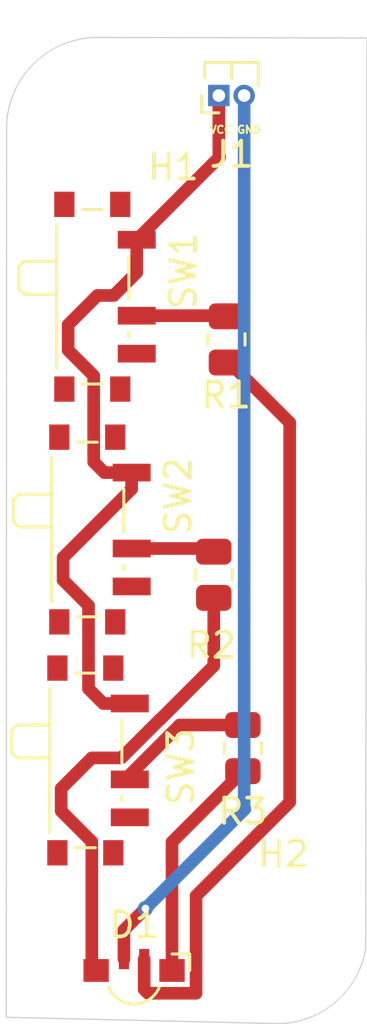
<source format=kicad_pcb>
(kicad_pcb (version 20240108) (generator "pcbnew") (generator_version "8.0")
  (layers (0 "F.Cu" signal) (31 "B.Cu" signal) (34 "B.Paste" user) (35 "F.Paste" user) (36 "B.SilkS" user "B.Silkscreen") (37 "F.SilkS" user "F.Silkscreen") (38 "B.Mask" user) (39 "F.Mask" user) (44 "Edge.Cuts" user))
  (net 0 "")
  (net 1 "Net-(D1-GA)")
  (net 2 "Net-(D1-RA)")
  (net 3 "Net-(D1-BA)")
  (net 4 "Net-(D1-K)")
  (net 5 "Net-(SW1-B)")
  (net 6 "Net-(SW2-B)")
  (net 7 "Net-(SW3-B)")
  (net 8 "Net-(J1-Pin_1)")
  (footprint "Resistor_SMD:R_0805_2012Metric" (layer "F.Cu") (at 33.7 29.1125 -90)
    (property "Reference" "R1" (at 2.2 0.0125 180) (layer "F.SilkS"))
    (property "Value" "1k")
    (fp_line (start -0.227064 0.735) (end 0.227064 0.735) (stroke (width 0.12)) (layer "F.SilkS"))
    (fp_line (start -0.227064 -0.735) (end 0.227064 -0.735) (stroke (width 0.12)) (layer "F.SilkS"))
    (pad "1" smd roundrect (at -0.9125 0 270) (size 1.025 1.4) (layers "F.Cu" "F.Paste" "F.Mask") (roundrect_rratio 0.243902) (net 5 "Net-(SW1-B)"))
    (pad "2" smd roundrect (at 0.9125 0 270) (size 1.025 1.4) (layers "F.Cu" "F.Paste" "F.Mask") (roundrect_rratio 0.243902) (net 3 "Net-(D1-BA)"))
  )
  (footprint "Button_Switch_SMD:SW_SPDT_PCM12" (layer "F.Cu") (at 28.525 36.625 -90)
    (property "Reference" "SW2" (at -1.325 -3.275 -90) (layer "F.SilkS"))
    (property "Value" "spst")
    (fp_line (start -1.2 3.23) (end -0.3 3.23) (stroke (width 0.12)) (layer "F.SilkS"))
    (fp_line (start -1.4 3.02) (end -1.2 3.23) (stroke (width 0.12)) (layer "F.SilkS"))
    (fp_line (start -0.1 3.02) (end -0.3 3.23) (stroke (width 0.12)) (layer "F.SilkS"))
    (fp_line (start -0.1 3.02) (end -0.1 1.73) (stroke (width 0.12)) (layer "F.SilkS"))
    (fp_line (start -2.85 1.73) (end 2.85 1.73) (stroke (width 0.12)) (layer "F.SilkS"))
    (fp_line (start -1.4 1.73) (end -1.4 3.02) (stroke (width 0.12)) (layer "F.SilkS"))
    (fp_line (start 3.45 0.72) (end 3.45 -0.07) (stroke (width 0.12)) (layer "F.SilkS"))
    (fp_line (start -3.45 -0.07) (end -3.45 0.72) (stroke (width 0.12)) (layer "F.SilkS"))
    (fp_line (start -1.6 -1.12) (end 0.1 -1.12) (stroke (width 0.12)) (layer "F.SilkS"))
    (fp_line (start 1.4 -1.12) (end 1.6 -1.12) (stroke (width 0.12)) (layer "F.SilkS"))
    (pad "" smd rect (at -3.65 -0.78 270) (size 1 0.8) (layers "F.Cu" "F.Paste" "F.Mask"))
    (pad "" smd rect (at -3.65 1.43 270) (size 1 0.8) (layers "F.Cu" "F.Paste" "F.Mask"))
    (pad "" np_thru_hole circle (at -1.5 0.33 270) (size 0.9 0.9) (drill 0.9) (layers "*.Cu" "*.Mask"))
    (pad "" np_thru_hole circle (at 1.5 0.33 270) (size 0.9 0.9) (drill 0.9) (layers "*.Cu" "*.Mask"))
    (pad "" smd rect (at 3.65 -0.78 270) (size 1 0.8) (layers "F.Cu" "F.Paste" "F.Mask"))
    (pad "" smd rect (at 3.65 1.43 270) (size 1 0.8) (layers "F.Cu" "F.Paste" "F.Mask"))
    (pad "1" smd rect (at -2.25 -1.43 270) (size 0.7 1.5) (layers "F.Cu" "F.Paste" "F.Mask") (net 8 "Net-(J1-Pin_1)"))
    (pad "2" smd rect (at 0.75 -1.43 270) (size 0.7 1.5) (layers "F.Cu" "F.Paste" "F.Mask") (net 6 "Net-(SW2-B)"))
    (pad "3" smd rect (at 2.25 -1.43 270) (size 0.7 1.5) (layers "F.Cu" "F.Paste" "F.Mask"))
  )
  (footprint "Button_Switch_SMD:SW_SPDT_PCM12" (layer "F.Cu") (at 28.725 27.425 -90)
    (property "Reference" "SW1" (at -1.025 -3.275 -90) (layer "F.SilkS"))
    (property "Value" "spst")
    (fp_line (start -1.2 3.23) (end -0.3 3.23) (stroke (width 0.12)) (layer "F.SilkS"))
    (fp_line (start -1.4 3.02) (end -1.2 3.23) (stroke (width 0.12)) (layer "F.SilkS"))
    (fp_line (start -0.1 3.02) (end -0.3 3.23) (stroke (width 0.12)) (layer "F.SilkS"))
    (fp_line (start -0.1 3.02) (end -0.1 1.73) (stroke (width 0.12)) (layer "F.SilkS"))
    (fp_line (start -2.85 1.73) (end 2.85 1.73) (stroke (width 0.12)) (layer "F.SilkS"))
    (fp_line (start -1.4 1.73) (end -1.4 3.02) (stroke (width 0.12)) (layer "F.SilkS"))
    (fp_line (start 3.45 0.72) (end 3.45 -0.07) (stroke (width 0.12)) (layer "F.SilkS"))
    (fp_line (start -3.45 -0.07) (end -3.45 0.72) (stroke (width 0.12)) (layer "F.SilkS"))
    (fp_line (start -1.6 -1.12) (end 0.1 -1.12) (stroke (width 0.12)) (layer "F.SilkS"))
    (fp_line (start 1.4 -1.12) (end 1.6 -1.12) (stroke (width 0.12)) (layer "F.SilkS"))
    (pad "" smd rect (at -3.65 -0.78 270) (size 1 0.8) (layers "F.Cu" "F.Paste" "F.Mask"))
    (pad "" smd rect (at -3.65 1.43 270) (size 1 0.8) (layers "F.Cu" "F.Paste" "F.Mask"))
    (pad "" np_thru_hole circle (at -1.5 0.33 270) (size 0.9 0.9) (drill 0.9) (layers "*.Cu" "*.Mask"))
    (pad "" np_thru_hole circle (at 1.5 0.33 270) (size 0.9 0.9) (drill 0.9) (layers "*.Cu" "*.Mask"))
    (pad "" smd rect (at 3.65 -0.78 270) (size 1 0.8) (layers "F.Cu" "F.Paste" "F.Mask"))
    (pad "" smd rect (at 3.65 1.43 270) (size 1 0.8) (layers "F.Cu" "F.Paste" "F.Mask"))
    (pad "1" smd rect (at -2.25 -1.43 270) (size 0.7 1.5) (layers "F.Cu" "F.Paste" "F.Mask") (net 8 "Net-(J1-Pin_1)"))
    (pad "2" smd rect (at 0.75 -1.43 270) (size 0.7 1.5) (layers "F.Cu" "F.Paste" "F.Mask") (net 5 "Net-(SW1-B)"))
    (pad "3" smd rect (at 2.25 -1.43 270) (size 0.7 1.5) (layers "F.Cu" "F.Paste" "F.Mask"))
  )
  (footprint "LED_SMD:LED_Kingbright_APFA3010_3x1.5mm_Horizontal" (layer "F.Cu") (at 30.05 54.05 180)
    (property "Reference" "D1" (at 0 1.8 180) (layer "F.SilkS"))
    (property "Value" "LED_RGKB")
    (fp_line (start -2.2 0.65) (end -1.5 0.65) (stroke (width 0.12)) (layer "F.SilkS"))
    (fp_line (start -2.2 0) (end -2.2 0.65) (stroke (width 0.12)) (layer "F.SilkS"))
    (fp_arc (start -1 -0.65) (mid 0 -1.327033) (end 1 -0.65) (stroke (width 0.12)) (layer "F.SilkS"))
    (pad "1" smd rect (at -1.5 0 180) (size 1 0.9) (layers "F.Cu" "F.Paste" "F.Mask") (net 2 "Net-(D1-RA)"))
    (pad "2" smd rect (at 1.5 0 180) (size 1 0.9) (layers "F.Cu" "F.Paste" "F.Mask") (net 1 "Net-(D1-GA)"))
    (pad "3" smd rect (at 0.4 0.45 180) (size 0.4 0.8) (layers "F.Cu" "F.Paste" "F.Mask") (net 4 "Net-(D1-K)"))
    (pad "4" smd rect (at -0.4 0.45 180) (size 0.4 0.8) (layers "F.Cu" "F.Paste" "F.Mask") (net 3 "Net-(D1-BA)"))
  )
  (footprint "Resistor_SMD:R_0805_2012Metric" (layer "F.Cu") (at 34.35 45.2625 -90)
    (property "Reference" "R3" (at 2.5 0 180) (layer "F.SilkS"))
    (property "Value" "1k")
    (fp_line (start -0.227064 0.735) (end 0.227064 0.735) (stroke (width 0.12)) (layer "F.SilkS"))
    (fp_line (start -0.227064 -0.735) (end 0.227064 -0.735) (stroke (width 0.12)) (layer "F.SilkS"))
    (pad "1" smd roundrect (at -0.9125 0 270) (size 1.025 1.4) (layers "F.Cu" "F.Paste" "F.Mask") (roundrect_rratio 0.243902) (net 7 "Net-(SW3-B)"))
    (pad "2" smd roundrect (at 0.9125 0 270) (size 1.025 1.4) (layers "F.Cu" "F.Paste" "F.Mask") (roundrect_rratio 0.243902) (net 2 "Net-(D1-RA)"))
  )
  (footprint "MountingHole:MountingHole_2.1mm" (layer "F.Cu") (at 35.95 52.65)
    (property "Reference" "H2" (at 0 -3.2 0) (layer "F.SilkS"))
    (property "Value" "MountingHole")
    (pad "" np_thru_hole circle (at 0 0) (size 2.1 2.1) (drill 2.1) (layers "*.Cu" "*.Mask"))
  )
  (footprint "Button_Switch_SMD:SW_SPDT_PCM12" (layer "F.Cu") (at 28.45 45.75 -90)
    (property "Reference" "SW3" (at 0.25 -3.45 90) (layer "F.SilkS"))
    (property "Value" "spst")
    (fp_line (start -1.2 3.23) (end -0.3 3.23) (stroke (width 0.12)) (layer "F.SilkS"))
    (fp_line (start -1.4 3.02) (end -1.2 3.23) (stroke (width 0.12)) (layer "F.SilkS"))
    (fp_line (start -0.1 3.02) (end -0.3 3.23) (stroke (width 0.12)) (layer "F.SilkS"))
    (fp_line (start -0.1 3.02) (end -0.1 1.73) (stroke (width 0.12)) (layer "F.SilkS"))
    (fp_line (start -2.85 1.73) (end 2.85 1.73) (stroke (width 0.12)) (layer "F.SilkS"))
    (fp_line (start -1.4 1.73) (end -1.4 3.02) (stroke (width 0.12)) (layer "F.SilkS"))
    (fp_line (start 3.45 0.72) (end 3.45 -0.07) (stroke (width 0.12)) (layer "F.SilkS"))
    (fp_line (start -3.45 -0.07) (end -3.45 0.72) (stroke (width 0.12)) (layer "F.SilkS"))
    (fp_line (start -1.6 -1.12) (end 0.1 -1.12) (stroke (width 0.12)) (layer "F.SilkS"))
    (fp_line (start 1.4 -1.12) (end 1.6 -1.12) (stroke (width 0.12)) (layer "F.SilkS"))
    (pad "" smd rect (at -3.65 -0.78 270) (size 1 0.8) (layers "F.Cu" "F.Paste" "F.Mask"))
    (pad "" smd rect (at -3.65 1.43 270) (size 1 0.8) (layers "F.Cu" "F.Paste" "F.Mask"))
    (pad "" np_thru_hole circle (at -1.5 0.33 270) (size 0.9 0.9) (drill 0.9) (layers "*.Cu" "*.Mask"))
    (pad "" np_thru_hole circle (at 1.5 0.33 270) (size 0.9 0.9) (drill 0.9) (layers "*.Cu" "*.Mask"))
    (pad "" smd rect (at 3.65 -0.78 270) (size 1 0.8) (layers "F.Cu" "F.Paste" "F.Mask"))
    (pad "" smd rect (at 3.65 1.43 270) (size 1 0.8) (layers "F.Cu" "F.Paste" "F.Mask"))
    (pad "1" smd rect (at -2.25 -1.43 270) (size 0.7 1.5) (layers "F.Cu" "F.Paste" "F.Mask") (net 8 "Net-(J1-Pin_1)"))
    (pad "2" smd rect (at 0.75 -1.43 270) (size 0.7 1.5) (layers "F.Cu" "F.Paste" "F.Mask") (net 7 "Net-(SW3-B)"))
    (pad "3" smd rect (at 2.25 -1.43 270) (size 0.7 1.5) (layers "F.Cu" "F.Paste" "F.Mask"))
  )
  (footprint "MountingHole:MountingHole_2.1mm" (layer "F.Cu") (at 28.85 20.35)
    (property "Reference" "H1" (at 2.75 1.95 0) (layer "F.SilkS"))
    (property "Value" "MountingHole")
    (pad "" np_thru_hole circle (at 0 0) (size 2.1 2.1) (drill 2.1) (layers "*.Cu" "*.Mask"))
  )
  (footprint "Resistor_SMD:R_0805_2012Metric" (layer "F.Cu") (at 33.2 38.4125 -90)
    (property "Reference" "R2" (at 2.7875 0.1 180) (layer "F.SilkS"))
    (property "Value" "1k")
    (fp_line (start -0.227064 0.735) (end 0.227064 0.735) (stroke (width 0.12)) (layer "F.SilkS"))
    (fp_line (start -0.227064 -0.735) (end 0.227064 -0.735) (stroke (width 0.12)) (layer "F.SilkS"))
    (pad "1" smd roundrect (at -0.9125 0 270) (size 1.025 1.4) (layers "F.Cu" "F.Paste" "F.Mask") (roundrect_rratio 0.243902) (net 6 "Net-(SW2-B)"))
    (pad "2" smd roundrect (at 0.9125 0 270) (size 1.025 1.4) (layers "F.Cu" "F.Paste" "F.Mask") (roundrect_rratio 0.243902) (net 1 "Net-(D1-GA)"))
  )
  (footprint "Connector_PinHeader_1.00mm:PinHeader_1x02_P1.00mm_Horizontal" (layer "F.Cu") (at 33.4 19.475 90)
    (property "Reference" "J1" (at -2.325 0.5 180) (layer "F.SilkS"))
    (property "Value" "vcc GND")
    (fp_line (start -0.685 -0.685) (end 0 -0.685) (stroke (width 0.12)) (layer "F.SilkS"))
    (fp_line (start 1.31 -0.56) (end 1.31 1.56) (stroke (width 0.12)) (layer "F.SilkS"))
    (fp_line (start 0.685 -0.56) (end 1.31 -0.56) (stroke (width 0.12)) (layer "F.SilkS"))
    (fp_line (start -0.685 0) (end -0.685 -0.685) (stroke (width 0.12)) (layer "F.SilkS"))
    (fp_line (start 0.685 0.5) (end 1.31 0.5) (stroke (width 0.12)) (layer "F.SilkS"))
    (fp_line (start 1.31 1.56) (end 0.394493 1.56) (stroke (width 0.12)) (layer "F.SilkS"))
    (pad "1" thru_hole rect (at 0 0 90) (size 0.85 0.85) (drill 0.5) (layers "*.Cu" "*.Mask") (net 8 "Net-(J1-Pin_1)"))
    (pad "2" thru_hole oval (at 0 1 90) (size 0.85 0.85) (drill 0.5) (layers "*.Cu" "*.Mask") (net 4 "Net-(D1-K)"))
  )
  (gr_line (start 28.610962 17.179743) (end 39.25 17.2) (stroke (width 0.05)) (layer "Edge.Cuts"))
  (gr_line (start 25.012276 20.682481) (end 25 55.9) (stroke (width 0.05)) (layer "Edge.Cuts"))
  (gr_line (start 39.25 17.2) (end 39.2 53.2) (stroke (width 0.05)) (layer "Edge.Cuts"))
  (gr_arc (start 25.012276 20.682481) (mid 26.1 18.2) (end 28.610962 17.179743) (stroke (width 0.05)) (layer "Edge.Cuts"))
  (gr_arc (start 39.2 53.2) (mid 38.014542 55.29312) (end 35.766989 56.150424) (stroke (width 0.05)) (layer "Edge.Cuts"))
  (gr_line (start 25 55.9) (end 35.766989 56.150424) (stroke (width 0.05)) (layer "Edge.Cuts"))
  (gr_text "VCC GND" (at 33 21 0) (layer "F.SilkS") (effects (font (size 0.3 0.3) (thickness 0.075) (bold yes)) (justify left bottom)))
  (segment (start 33.2 42.01005) (end 31.08 44.13005) (width 0.5) (layer "F.Cu") (net 1))
  (segment (start 29.55 45.65) (end 28.376497 45.65) (width 0.5) (layer "F.Cu") (net 1))
  (segment (start 31.06995 44.13005) (end 29.55 45.65) (width 0.5) (layer "F.Cu") (net 1))
  (segment (start 28.376497 45.65) (end 27.17 46.856497) (width 0.5) (layer "F.Cu") (net 1))
  (segment (start 31.08 44.13005) (end 31.06995 44.13005) (width 0.5) (layer "F.Cu") (net 1))
  (segment (start 28.38 53.88) (end 28.55 54.05) (width 0.5) (layer "F.Cu") (net 1))
  (segment (start 27.17 47.75) (end 28.38 48.96) (width 0.5) (layer "F.Cu") (net 1))
  (segment (start 27.17 46.856497) (end 27.17 47.75) (width 0.5) (layer "F.Cu") (net 1))
  (segment (start 33.2 39.325) (end 33.2 42.01005) (width 0.5) (layer "F.Cu") (net 1))
  (segment (start 28.38 48.96) (end 28.38 53.88) (width 0.5) (layer "F.Cu") (net 1))
  (segment (start 34.35 46.175) (end 31.55 48.975) (width 0.5) (layer "F.Cu") (net 2))
  (segment (start 31.55 48.975) (end 31.55 54.05) (width 0.5) (layer "F.Cu") (net 2))
  (segment (start 33.825 30.025) (end 36.2 32.4) (width 0.5) (layer "F.Cu") (net 3))
  (segment (start 33.7 30.025) (end 33.825 30.025) (width 0.5) (layer "F.Cu") (net 3))
  (segment (start 36.2 47.4) (end 32.5 51.1) (width 0.5) (layer "F.Cu") (net 3))
  (segment (start 30.6 54.95) (end 30.45 54.8) (width 0.5) (layer "F.Cu") (net 3))
  (segment (start 32.5 54.95) (end 30.6 54.95) (width 0.5) (layer "F.Cu") (net 3))
  (segment (start 30.45 54.8) (end 30.45 53.6) (width 0.5) (layer "F.Cu") (net 3))
  (segment (start 32.5 51.1) (end 32.5 54.95) (width 0.5) (layer "F.Cu") (net 3))
  (segment (start 36.2 32.4) (end 36.2 47.4) (width 0.5) (layer "F.Cu") (net 3))
  (segment (start 30.5 51.6) (end 29.65 52.45) (width 0.5) (layer "F.Cu") (net 4))
  (segment (start 29.65 52.45) (end 29.65 53.6) (width 0.5) (layer "F.Cu") (net 4))
  (via (at 30.5 51.6) (size 0.6) (drill 0.3) (layers "F.Cu" "B.Cu") (net 4))
  (segment (start 34.4 47.639038) (end 34.430481 47.669519) (width 0.5) (layer "B.Cu") (net 4))
  (segment (start 34.430481 47.669519) (end 30.5 51.6) (width 0.5) (layer "B.Cu") (net 4))
  (segment (start 34.4 19.475) (end 34.4 47.639038) (width 0.5) (layer "B.Cu") (net 4))
  (segment (start 33.675 28.175) (end 33.7 28.2) (width 0.5) (layer "F.Cu") (net 5))
  (segment (start 30.155 28.175) (end 33.675 28.175) (width 0.5) (layer "F.Cu") (net 5))
  (segment (start 30.0425 37.4625) (end 29.955 37.375) (width 0.5) (layer "F.Cu") (net 6))
  (segment (start 29.955 37.375) (end 33.075 37.375) (width 0.5) (layer "F.Cu") (net 6))
  (segment (start 33.075 37.375) (end 33.2 37.5) (width 0.5) (layer "F.Cu") (net 6))
  (segment (start 31.85 44.35) (end 34.35 44.35) (width 0.5) (layer "F.Cu") (net 7))
  (segment (start 29.88 46.32) (end 31.85 44.35) (width 0.5) (layer "F.Cu") (net 7))
  (segment (start 29.88 46.5) (end 29.88 46.32) (width 0.5) (layer "F.Cu") (net 7))
  (segment (start 28.455 33.955) (end 28.875 34.375) (width 0.5) (layer "F.Cu") (net 8))
  (segment (start 29.955 34.375) (end 29.955 35.021497) (width 0.5) (layer "F.Cu") (net 8))
  (segment (start 28.455 30.55) (end 28.455 33.955) (width 0.5) (layer "F.Cu") (net 8))
  (segment (start 28.25 39.63) (end 28.25 42.92) (width 0.5) (layer "F.Cu") (net 8))
  (segment (start 33.430481 21.899519) (end 33.4 21.869038) (width 0.5) (layer "F.Cu") (net 8))
  (segment (start 27.245 37.731497) (end 27.245 38.625) (width 0.5) (layer "F.Cu") (net 8))
  (segment (start 27.245 38.625) (end 28.25 39.63) (width 0.5) (layer "F.Cu") (net 8))
  (segment (start 28.875 34.375) (end 29.955 34.375) (width 0.5) (layer "F.Cu") (net 8))
  (segment (start 27.445 28.531497) (end 27.445 29.54) (width 0.5) (layer "F.Cu") (net 8))
  (segment (start 33.4 19.475) (end 33.4 21.869038) (width 0.5) (layer "F.Cu") (net 8))
  (segment (start 28.601497 27.375) (end 27.445 28.531497) (width 0.5) (layer "F.Cu") (net 8))
  (segment (start 30.155 26.47) (end 29.25 27.375) (width 0.5) (layer "F.Cu") (net 8))
  (segment (start 29.25 27.375) (end 28.601497 27.375) (width 0.5) (layer "F.Cu") (net 8))
  (segment (start 28.25 42.92) (end 28.83 43.5) (width 0.5) (layer "F.Cu") (net 8))
  (segment (start 30.155 25.175) (end 30.155 26.47) (width 0.5) (layer "F.Cu") (net 8))
  (segment (start 28.83 43.5) (end 29.88 43.5) (width 0.5) (layer "F.Cu") (net 8))
  (segment (start 27.445 29.54) (end 28.455 30.55) (width 0.5) (layer "F.Cu") (net 8))
  (segment (start 29.955 35.021497) (end 27.245 37.731497) (width 0.5) (layer "F.Cu") (net 8))
  (segment (start 30.155 25.175) (end 33.430481 21.899519) (width 0.5) (layer "F.Cu") (net 8))
)
</source>
